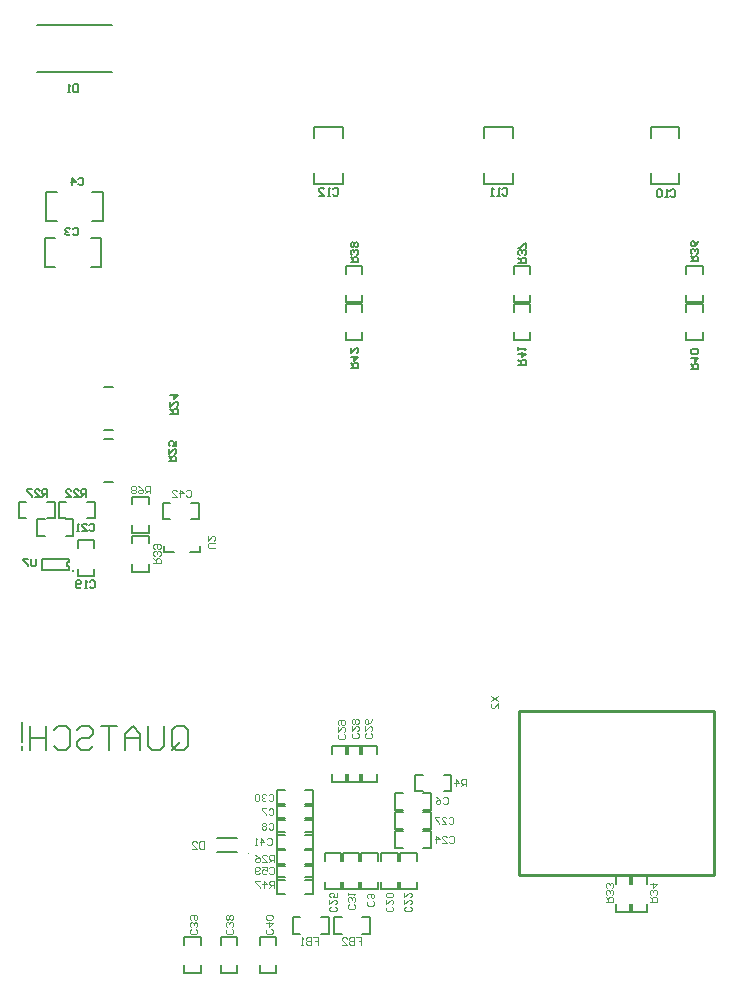
<source format=gbo>
%FSLAX44Y44*%
%MOMM*%
G71*
G01*
G75*
G04 Layer_Color=32896*
%ADD10R,1.0000X0.9500*%
%ADD11R,1.6002X1.2700*%
%ADD12R,2.2000X1.1000*%
%ADD13R,0.9500X1.0000*%
%ADD14R,0.6500X0.4000*%
%ADD15O,0.6000X1.9000*%
%ADD16R,2.2000X1.4000*%
%ADD17R,0.9000X1.4000*%
%ADD18R,1.0000X0.4000*%
%ADD19R,0.8000X0.8000*%
%ADD20R,0.4000X1.4000*%
%ADD21R,2.3000X1.9000*%
%ADD22R,1.8000X1.9000*%
%ADD23R,1.1500X1.4000*%
%ADD24R,0.6000X1.2000*%
%ADD25R,0.8000X0.6000*%
%ADD26R,0.6000X0.8000*%
%ADD27R,0.5000X0.6000*%
%ADD28R,1.6000X3.9000*%
%ADD29R,2.1000X5.8000*%
%ADD30R,1.0000X0.6000*%
G04:AMPARAMS|DCode=31|XSize=1.05mm|YSize=3.82mm|CornerRadius=0.0525mm|HoleSize=0mm|Usage=FLASHONLY|Rotation=180.000|XOffset=0mm|YOffset=0mm|HoleType=Round|Shape=RoundedRectangle|*
%AMROUNDEDRECTD31*
21,1,1.0500,3.7150,0,0,180.0*
21,1,0.9450,3.8200,0,0,180.0*
1,1,0.1050,-0.4725,1.8575*
1,1,0.1050,0.4725,1.8575*
1,1,0.1050,0.4725,-1.8575*
1,1,0.1050,-0.4725,-1.8575*
%
%ADD31ROUNDEDRECTD31*%
G04:AMPARAMS|DCode=32|XSize=7.48mm|YSize=8.55mm|CornerRadius=0.0374mm|HoleSize=0mm|Usage=FLASHONLY|Rotation=90.000|XOffset=0mm|YOffset=0mm|HoleType=Round|Shape=RoundedRectangle|*
%AMROUNDEDRECTD32*
21,1,7.4800,8.4752,0,0,90.0*
21,1,7.4052,8.5500,0,0,90.0*
1,1,0.0748,4.2376,3.7026*
1,1,0.0748,4.2376,-3.7026*
1,1,0.0748,-4.2376,-3.7026*
1,1,0.0748,-4.2376,3.7026*
%
%ADD32ROUNDEDRECTD32*%
G04:AMPARAMS|DCode=33|XSize=0.6mm|YSize=1mm|CornerRadius=0.15mm|HoleSize=0mm|Usage=FLASHONLY|Rotation=90.000|XOffset=0mm|YOffset=0mm|HoleType=Round|Shape=RoundedRectangle|*
%AMROUNDEDRECTD33*
21,1,0.6000,0.7000,0,0,90.0*
21,1,0.3000,1.0000,0,0,90.0*
1,1,0.3000,0.3500,0.1500*
1,1,0.3000,0.3500,-0.1500*
1,1,0.3000,-0.3500,-0.1500*
1,1,0.3000,-0.3500,0.1500*
%
%ADD33ROUNDEDRECTD33*%
%ADD34R,1.8500X1.3000*%
%ADD35R,1.3000X1.8500*%
%ADD36O,1.6500X0.3000*%
%ADD37O,0.3000X1.6500*%
%ADD38R,7.0000X7.0000*%
%ADD39C,0.2500*%
%ADD40C,0.5000*%
%ADD41C,0.8000*%
%ADD42C,0.3500*%
%ADD43C,1.2000*%
%ADD44C,0.2540*%
%ADD45C,0.2032*%
%ADD46C,0.4000*%
%ADD47C,0.6000*%
%ADD48C,1.0000*%
%ADD49C,0.7500*%
%ADD50C,0.7620*%
%ADD51C,1.1000*%
%ADD52C,1.0160*%
%ADD53R,1.5500X1.5500*%
%ADD54C,1.5500*%
%ADD55C,1.5000*%
%ADD56R,1.5000X1.5000*%
%ADD57C,0.7000*%
%ADD58R,0.7000X0.7000*%
%ADD59R,1.5000X1.5000*%
%ADD60C,2.0000*%
G04:AMPARAMS|DCode=61|XSize=1.55mm|YSize=1.55mm|CornerRadius=0.0465mm|HoleSize=0mm|Usage=FLASHONLY|Rotation=180.000|XOffset=0mm|YOffset=0mm|HoleType=Round|Shape=RoundedRectangle|*
%AMROUNDEDRECTD61*
21,1,1.5500,1.4570,0,0,180.0*
21,1,1.4570,1.5500,0,0,180.0*
1,1,0.0930,-0.7285,0.7285*
1,1,0.0930,0.7285,0.7285*
1,1,0.0930,0.7285,-0.7285*
1,1,0.0930,-0.7285,-0.7285*
%
%ADD61ROUNDEDRECTD61*%
%ADD62C,0.6000*%
%ADD63C,5.0000*%
%ADD64R,1.9000X1.3000*%
%ADD65R,2.8000X1.0000*%
%ADD66R,0.8000X1.0000*%
%ADD67R,1.2000X0.7000*%
%ADD68R,1.2000X1.0000*%
%ADD69R,0.6000X1.0000*%
G04:AMPARAMS|DCode=70|XSize=0.6mm|YSize=1mm|CornerRadius=0.051mm|HoleSize=0mm|Usage=FLASHONLY|Rotation=180.000|XOffset=0mm|YOffset=0mm|HoleType=Round|Shape=RoundedRectangle|*
%AMROUNDEDRECTD70*
21,1,0.6000,0.8980,0,0,180.0*
21,1,0.4980,1.0000,0,0,180.0*
1,1,0.1020,-0.2490,0.4490*
1,1,0.1020,0.2490,0.4490*
1,1,0.1020,0.2490,-0.4490*
1,1,0.1020,-0.2490,-0.4490*
%
%ADD70ROUNDEDRECTD70*%
G04:AMPARAMS|DCode=71|XSize=3.1mm|YSize=4mm|CornerRadius=0.0465mm|HoleSize=0mm|Usage=FLASHONLY|Rotation=180.000|XOffset=0mm|YOffset=0mm|HoleType=Round|Shape=RoundedRectangle|*
%AMROUNDEDRECTD71*
21,1,3.1000,3.9070,0,0,180.0*
21,1,3.0070,4.0000,0,0,180.0*
1,1,0.0930,-1.5035,1.9535*
1,1,0.0930,1.5035,1.9535*
1,1,0.0930,1.5035,-1.9535*
1,1,0.0930,-1.5035,-1.9535*
%
%ADD71ROUNDEDRECTD71*%
%ADD72R,2.1590X2.7430*%
%ADD73C,0.1000*%
%ADD74C,0.1524*%
%ADD75C,0.2000*%
%ADD76C,0.2000*%
%ADD77C,0.1778*%
%ADD78C,0.1016*%
%ADD79C,0.3556*%
%ADD80R,0.8000X0.3000*%
%ADD81R,0.5080X2.1844*%
%ADD82R,1.6000X0.5000*%
%ADD83R,0.8250X0.2000*%
%ADD84R,1.1524X1.1024*%
%ADD85R,1.7526X1.4224*%
%ADD86R,2.3524X1.2524*%
%ADD87R,1.1024X1.1524*%
%ADD88R,0.8024X0.5524*%
%ADD89O,0.7524X2.0524*%
%ADD90R,2.3524X1.5524*%
%ADD91R,1.0524X1.5524*%
%ADD92R,1.2032X0.6032*%
%ADD93R,0.9524X0.9524*%
%ADD94R,0.5524X1.5524*%
%ADD95R,2.4524X2.0524*%
%ADD96R,1.9524X2.0524*%
%ADD97R,1.3024X1.5524*%
%ADD98R,0.7524X1.3524*%
%ADD99R,0.9524X0.7524*%
%ADD100R,0.7524X0.9524*%
%ADD101R,0.6000X0.7000*%
%ADD102R,1.7524X4.0524*%
%ADD103R,2.2524X5.9524*%
%ADD104R,1.1524X0.7524*%
G04:AMPARAMS|DCode=105|XSize=1.2024mm|YSize=3.9724mm|CornerRadius=0.1287mm|HoleSize=0mm|Usage=FLASHONLY|Rotation=180.000|XOffset=0mm|YOffset=0mm|HoleType=Round|Shape=RoundedRectangle|*
%AMROUNDEDRECTD105*
21,1,1.2024,3.7150,0,0,180.0*
21,1,0.9450,3.9724,0,0,180.0*
1,1,0.2574,-0.4725,1.8575*
1,1,0.2574,0.4725,1.8575*
1,1,0.2574,0.4725,-1.8575*
1,1,0.2574,-0.4725,-1.8575*
%
%ADD105ROUNDEDRECTD105*%
G04:AMPARAMS|DCode=106|XSize=7.6324mm|YSize=8.7024mm|CornerRadius=0.1136mm|HoleSize=0mm|Usage=FLASHONLY|Rotation=90.000|XOffset=0mm|YOffset=0mm|HoleType=Round|Shape=RoundedRectangle|*
%AMROUNDEDRECTD106*
21,1,7.6324,8.4752,0,0,90.0*
21,1,7.4052,8.7024,0,0,90.0*
1,1,0.2272,4.2376,3.7026*
1,1,0.2272,4.2376,-3.7026*
1,1,0.2272,-4.2376,-3.7026*
1,1,0.2272,-4.2376,3.7026*
%
%ADD106ROUNDEDRECTD106*%
G04:AMPARAMS|DCode=107|XSize=0.7524mm|YSize=1.1524mm|CornerRadius=0.2262mm|HoleSize=0mm|Usage=FLASHONLY|Rotation=90.000|XOffset=0mm|YOffset=0mm|HoleType=Round|Shape=RoundedRectangle|*
%AMROUNDEDRECTD107*
21,1,0.7524,0.7000,0,0,90.0*
21,1,0.3000,1.1524,0,0,90.0*
1,1,0.4524,0.3500,0.1500*
1,1,0.4524,0.3500,-0.1500*
1,1,0.4524,-0.3500,-0.1500*
1,1,0.4524,-0.3500,0.1500*
%
%ADD107ROUNDEDRECTD107*%
%ADD108R,2.0024X1.4524*%
%ADD109R,1.4524X2.0024*%
%ADD110O,1.8024X0.4524*%
%ADD111O,0.4524X1.8024*%
%ADD112R,7.1524X7.1524*%
%ADD113R,1.7024X1.7024*%
%ADD114C,1.7024*%
%ADD115C,1.6524*%
%ADD116R,1.6524X1.6524*%
%ADD117C,0.8524*%
%ADD118R,0.8524X0.8524*%
%ADD119R,1.6524X1.6524*%
%ADD120C,2.7620*%
G04:AMPARAMS|DCode=121|XSize=1.7024mm|YSize=1.7024mm|CornerRadius=0.1227mm|HoleSize=0mm|Usage=FLASHONLY|Rotation=180.000|XOffset=0mm|YOffset=0mm|HoleType=Round|Shape=RoundedRectangle|*
%AMROUNDEDRECTD121*
21,1,1.7024,1.4570,0,0,180.0*
21,1,1.4570,1.7024,0,0,180.0*
1,1,0.2454,-0.7285,0.7285*
1,1,0.2454,0.7285,0.7285*
1,1,0.2454,0.7285,-0.7285*
1,1,0.2454,-0.7285,-0.7285*
%
%ADD121ROUNDEDRECTD121*%
%ADD122C,0.7524*%
%ADD123C,5.1524*%
%ADD124R,2.0524X1.4524*%
%ADD125R,2.9524X1.1524*%
%ADD126R,0.9524X1.1524*%
%ADD127R,1.3524X0.8524*%
%ADD128R,1.3524X1.1524*%
%ADD129R,0.7524X1.1524*%
G04:AMPARAMS|DCode=130|XSize=0.7524mm|YSize=1.1524mm|CornerRadius=0.1272mm|HoleSize=0mm|Usage=FLASHONLY|Rotation=180.000|XOffset=0mm|YOffset=0mm|HoleType=Round|Shape=RoundedRectangle|*
%AMROUNDEDRECTD130*
21,1,0.7524,0.8980,0,0,180.0*
21,1,0.4980,1.1524,0,0,180.0*
1,1,0.2544,-0.2490,0.4490*
1,1,0.2544,0.2490,0.4490*
1,1,0.2544,0.2490,-0.4490*
1,1,0.2544,-0.2490,-0.4490*
%
%ADD130ROUNDEDRECTD130*%
G04:AMPARAMS|DCode=131|XSize=3.2524mm|YSize=4.1524mm|CornerRadius=0.1227mm|HoleSize=0mm|Usage=FLASHONLY|Rotation=180.000|XOffset=0mm|YOffset=0mm|HoleType=Round|Shape=RoundedRectangle|*
%AMROUNDEDRECTD131*
21,1,3.2524,3.9070,0,0,180.0*
21,1,3.0070,4.1524,0,0,180.0*
1,1,0.2454,-1.5035,1.9535*
1,1,0.2454,1.5035,1.9535*
1,1,0.2454,1.5035,-1.9535*
1,1,0.2454,-1.5035,-1.9535*
%
%ADD131ROUNDEDRECTD131*%
%ADD132R,2.3114X2.8954*%
D44*
X1045854Y598032D02*
Y736532D01*
Y598032D02*
X1211154D01*
X1045854Y736532D02*
X1211154D01*
Y598032D02*
Y736532D01*
D73*
X816434Y615928D02*
G03*
X816434Y615928I-500J0D01*
G01*
X733154Y921032D02*
Y927030D01*
X730155D01*
X729155Y926030D01*
Y924031D01*
X730155Y923031D01*
X733154D01*
X731155D02*
X729155Y921032D01*
X723157Y927030D02*
X725157Y926030D01*
X727156Y924031D01*
Y922032D01*
X726156Y921032D01*
X724157D01*
X723157Y922032D01*
Y923031D01*
X724157Y924031D01*
X727156D01*
X721158Y926030D02*
X720158Y927030D01*
X718159D01*
X717159Y926030D01*
Y925031D01*
X718159Y924031D01*
X717159Y923031D01*
Y922032D01*
X718159Y921032D01*
X720158D01*
X721158Y922032D01*
Y923031D01*
X720158Y924031D01*
X721158Y925031D01*
Y926030D01*
X720158Y924031D02*
X718159D01*
X1022156Y749520D02*
X1028154Y745521D01*
X1022156D02*
X1028154Y749520D01*
Y739523D02*
Y743522D01*
X1024155Y739523D01*
X1023156D01*
X1022156Y740523D01*
Y742522D01*
X1023156Y743522D01*
X907907Y545030D02*
X911906D01*
Y542031D01*
X909907D01*
X911906D01*
Y539032D01*
X905908Y545030D02*
Y539032D01*
X902909D01*
X901909Y540032D01*
Y541031D01*
X902909Y542031D01*
X905908D01*
X902909D01*
X901909Y543031D01*
Y544030D01*
X902909Y545030D01*
X905908D01*
X895911Y539032D02*
X899910D01*
X895911Y543031D01*
Y544030D01*
X896911Y545030D01*
X898910D01*
X899910Y544030D01*
X871155Y545030D02*
X875154D01*
Y542031D01*
X873155D01*
X875154D01*
Y539032D01*
X869156Y545030D02*
Y539032D01*
X866157D01*
X865157Y540032D01*
Y541031D01*
X866157Y542031D01*
X869156D01*
X866157D01*
X865157Y543031D01*
Y544030D01*
X866157Y545030D01*
X869156D01*
X863158Y539032D02*
X861159D01*
X862158D01*
Y545030D01*
X863158Y544030D01*
X834064Y603711D02*
X835064Y604711D01*
X837063D01*
X838063Y603711D01*
Y599713D01*
X837063Y598713D01*
X835064D01*
X834064Y599713D01*
X828066Y604711D02*
X832065D01*
Y601712D01*
X830065Y602712D01*
X829066D01*
X828066Y601712D01*
Y599713D01*
X829066Y598713D01*
X831065D01*
X832065Y599713D01*
X826067D02*
X825067Y598713D01*
X823068D01*
X822068Y599713D01*
Y603711D01*
X823068Y604711D01*
X825067D01*
X826067Y603711D01*
Y602712D01*
X825067Y601712D01*
X822068D01*
X836049Y552139D02*
X837048Y551139D01*
Y549140D01*
X836049Y548140D01*
X832050D01*
X831050Y549140D01*
Y551139D01*
X832050Y552139D01*
X831050Y557137D02*
X837048D01*
X834050Y554138D01*
Y558137D01*
X836049Y560136D02*
X837048Y561136D01*
Y563135D01*
X836049Y564135D01*
X832050D01*
X831050Y563135D01*
Y561136D01*
X832050Y560136D01*
X836049D01*
X838154Y609032D02*
Y615030D01*
X835155D01*
X834155Y614030D01*
Y612031D01*
X835155Y611031D01*
X838154D01*
X836155D02*
X834155Y609032D01*
X828157D02*
X832156D01*
X828157Y613031D01*
Y614030D01*
X829157Y615030D01*
X831156D01*
X832156Y614030D01*
X822159Y615030D02*
X824158Y614030D01*
X826158Y612031D01*
Y610032D01*
X825158Y609032D01*
X823159D01*
X822159Y610032D01*
Y611031D01*
X823159Y612031D01*
X826158D01*
X763791Y923266D02*
X764791Y924266D01*
X766790D01*
X767790Y923266D01*
Y919267D01*
X766790Y918268D01*
X764791D01*
X763791Y919267D01*
X758793Y918268D02*
Y924266D01*
X761792Y921266D01*
X757793D01*
X751795Y918268D02*
X755794D01*
X751795Y922266D01*
Y923266D01*
X752795Y924266D01*
X754794D01*
X755794Y923266D01*
X832155Y628030D02*
X833155Y629030D01*
X835154D01*
X836154Y628030D01*
Y624032D01*
X835154Y623032D01*
X833155D01*
X832155Y624032D01*
X827157Y623032D02*
Y629030D01*
X830156Y626031D01*
X826157D01*
X824158Y623032D02*
X822159D01*
X823158D01*
Y629030D01*
X824158Y628030D01*
X838404Y587032D02*
Y593030D01*
X835405D01*
X834405Y592030D01*
Y590031D01*
X835405Y589031D01*
X838404D01*
X836405D02*
X834405Y587032D01*
X829407D02*
Y593030D01*
X832406Y590031D01*
X828407D01*
X826408Y593030D02*
X822409D01*
Y592030D01*
X826408Y588032D01*
Y587032D01*
X736154Y862032D02*
X742152D01*
Y865031D01*
X741152Y866031D01*
X739153D01*
X738153Y865031D01*
Y862032D01*
Y864031D02*
X736154Y866031D01*
X741152Y868030D02*
X742152Y869030D01*
Y871029D01*
X741152Y872029D01*
X740153D01*
X739153Y871029D01*
Y870029D01*
Y871029D01*
X738153Y872029D01*
X737154D01*
X736154Y871029D01*
Y869030D01*
X737154Y868030D01*
Y874028D02*
X736154Y875028D01*
Y877027D01*
X737154Y878027D01*
X741152D01*
X742152Y877027D01*
Y875028D01*
X741152Y874028D01*
X740153D01*
X739153Y875028D01*
Y878027D01*
X788152Y875032D02*
X783154D01*
X782154Y876032D01*
Y878031D01*
X783154Y879031D01*
X788152D01*
X782154Y885029D02*
Y881030D01*
X786153Y885029D01*
X787152D01*
X788152Y884029D01*
Y882030D01*
X787152Y881030D01*
X1156344Y575232D02*
X1162342D01*
Y578231D01*
X1161342Y579231D01*
X1159343D01*
X1158343Y578231D01*
Y575232D01*
Y577231D02*
X1156344Y579231D01*
X1161342Y581230D02*
X1162342Y582230D01*
Y584229D01*
X1161342Y585229D01*
X1160343D01*
X1159343Y584229D01*
Y583229D01*
Y584229D01*
X1158343Y585229D01*
X1157344D01*
X1156344Y584229D01*
Y582230D01*
X1157344Y581230D01*
X1156344Y590227D02*
X1162342D01*
X1159343Y587228D01*
Y591227D01*
X1119394Y575032D02*
X1125392D01*
Y578031D01*
X1124392Y579031D01*
X1122393D01*
X1121393Y578031D01*
Y575032D01*
Y577031D02*
X1119394Y579031D01*
X1124392Y581030D02*
X1125392Y582030D01*
Y584029D01*
X1124392Y585029D01*
X1123393D01*
X1122393Y584029D01*
Y583029D01*
Y584029D01*
X1121393Y585029D01*
X1120394D01*
X1119394Y584029D01*
Y582030D01*
X1120394Y581030D01*
X1124392Y587028D02*
X1125392Y588028D01*
Y590027D01*
X1124392Y591027D01*
X1123393D01*
X1122393Y590027D01*
Y589027D01*
Y590027D01*
X1121393Y591027D01*
X1120394D01*
X1119394Y590027D01*
Y588028D01*
X1120394Y587028D01*
X908862Y717982D02*
X909862Y716982D01*
Y714983D01*
X908862Y713983D01*
X904864D01*
X903864Y714983D01*
Y716982D01*
X904864Y717982D01*
X903864Y723980D02*
Y719981D01*
X907863Y723980D01*
X908862D01*
X909862Y722980D01*
Y720981D01*
X908862Y719981D01*
Y725979D02*
X909862Y726979D01*
Y728978D01*
X908862Y729978D01*
X907863D01*
X906863Y728978D01*
X905863Y729978D01*
X904864D01*
X903864Y728978D01*
Y726979D01*
X904864Y725979D01*
X905863D01*
X906863Y726979D01*
X907863Y725979D01*
X908862D01*
X906863Y726979D02*
Y728978D01*
X986155Y646030D02*
X987155Y647030D01*
X989154D01*
X990154Y646030D01*
Y642032D01*
X989154Y641032D01*
X987155D01*
X986155Y642032D01*
X980157Y641032D02*
X984156D01*
X980157Y645031D01*
Y646030D01*
X981157Y647030D01*
X983156D01*
X984156Y646030D01*
X978158Y647030D02*
X974159D01*
Y646030D01*
X978158Y642032D01*
Y641032D01*
X920152Y717781D02*
X921152Y716781D01*
Y714782D01*
X920152Y713782D01*
X916154D01*
X915154Y714782D01*
Y716781D01*
X916154Y717781D01*
X915154Y723779D02*
Y719780D01*
X919153Y723779D01*
X920152D01*
X921152Y722779D01*
Y720780D01*
X920152Y719780D01*
X921152Y729777D02*
X920152Y727777D01*
X918153Y725778D01*
X916154D01*
X915154Y726778D01*
Y728777D01*
X916154Y729777D01*
X917153D01*
X918153Y728777D01*
Y725778D01*
X890152Y571031D02*
X891152Y570031D01*
Y568032D01*
X890152Y567032D01*
X886154D01*
X885154Y568032D01*
Y570031D01*
X886154Y571031D01*
X885154Y577029D02*
Y573030D01*
X889153Y577029D01*
X890152D01*
X891152Y576029D01*
Y574030D01*
X890152Y573030D01*
X891152Y583027D02*
Y579028D01*
X888153D01*
X889153Y581027D01*
Y582027D01*
X888153Y583027D01*
X886154D01*
X885154Y582027D01*
Y580028D01*
X886154Y579028D01*
X922152Y576031D02*
X923152Y575031D01*
Y573032D01*
X922152Y572032D01*
X918154D01*
X917154Y573032D01*
Y575031D01*
X918154Y576031D01*
Y578030D02*
X917154Y579030D01*
Y581029D01*
X918154Y582029D01*
X922152D01*
X923152Y581029D01*
Y579030D01*
X922152Y578030D01*
X921153D01*
X920153Y579030D01*
Y582029D01*
X833765Y641355D02*
X834765Y642355D01*
X836764D01*
X837764Y641355D01*
Y637356D01*
X836764Y636356D01*
X834765D01*
X833765Y637356D01*
X831766Y641355D02*
X830766Y642355D01*
X828767D01*
X827767Y641355D01*
Y640355D01*
X828767Y639355D01*
X827767Y638356D01*
Y637356D01*
X828767Y636356D01*
X830766D01*
X831766Y637356D01*
Y638356D01*
X830766Y639355D01*
X831766Y640355D01*
Y641355D01*
X830766Y639355D02*
X828767D01*
X833765Y653355D02*
X834765Y654354D01*
X836764D01*
X837764Y653355D01*
Y649356D01*
X836764Y648356D01*
X834765D01*
X833765Y649356D01*
X831766Y654354D02*
X827767D01*
Y653355D01*
X831766Y649356D01*
Y648356D01*
X778770Y626338D02*
Y620339D01*
X775771D01*
X774771Y621339D01*
Y625338D01*
X775771Y626338D01*
X778770D01*
X768773Y620339D02*
X772772D01*
X768773Y624338D01*
Y625338D01*
X769773Y626338D01*
X771772D01*
X772772Y625338D01*
X905904Y573031D02*
X906904Y572031D01*
Y570032D01*
X905904Y569032D01*
X901906D01*
X900906Y570032D01*
Y572031D01*
X901906Y573031D01*
X905904Y575030D02*
X906904Y576030D01*
Y578029D01*
X905904Y579029D01*
X904905D01*
X903905Y578029D01*
Y577029D01*
Y578029D01*
X902905Y579029D01*
X901906D01*
X900906Y578029D01*
Y576030D01*
X901906Y575030D01*
X900906Y581028D02*
Y583027D01*
Y582028D01*
X906904D01*
X905904Y581028D01*
X833765Y665355D02*
X834765Y666355D01*
X836764D01*
X837764Y665355D01*
Y661356D01*
X836764Y660356D01*
X834765D01*
X833765Y661356D01*
X831766Y665355D02*
X830766Y666355D01*
X828767D01*
X827767Y665355D01*
Y664355D01*
X828767Y663355D01*
X829767D01*
X828767D01*
X827767Y662356D01*
Y661356D01*
X828767Y660356D01*
X830766D01*
X831766Y661356D01*
X825768Y665355D02*
X824768Y666355D01*
X822769D01*
X821769Y665355D01*
Y661356D01*
X822769Y660356D01*
X824768D01*
X825768Y661356D01*
Y665355D01*
X897152Y717031D02*
X898152Y716031D01*
Y714032D01*
X897152Y713032D01*
X893154D01*
X892154Y714032D01*
Y716031D01*
X893154Y717031D01*
X892154Y723029D02*
Y719030D01*
X896153Y723029D01*
X897152D01*
X898152Y722029D01*
Y720030D01*
X897152Y719030D01*
X893154Y725028D02*
X892154Y726028D01*
Y728027D01*
X893154Y729027D01*
X897152D01*
X898152Y728027D01*
Y726028D01*
X897152Y725028D01*
X896153D01*
X895153Y726028D01*
Y729027D01*
X986405Y630030D02*
X987405Y631030D01*
X989404D01*
X990404Y630030D01*
Y626032D01*
X989404Y625032D01*
X987405D01*
X986405Y626032D01*
X980407Y625032D02*
X984406D01*
X980407Y629031D01*
Y630030D01*
X981407Y631030D01*
X983406D01*
X984406Y630030D01*
X975409Y625032D02*
Y631030D01*
X978408Y628031D01*
X974409D01*
X981155Y663030D02*
X982155Y664030D01*
X984154D01*
X985154Y663030D01*
Y659032D01*
X984154Y658032D01*
X982155D01*
X981155Y659032D01*
X975157Y664030D02*
X977157Y663030D01*
X979156Y661031D01*
Y659032D01*
X978156Y658032D01*
X976157D01*
X975157Y659032D01*
Y660031D01*
X976157Y661031D01*
X979156D01*
X1000919Y673032D02*
Y679030D01*
X997919D01*
X996920Y678030D01*
Y676031D01*
X997919Y675031D01*
X1000919D01*
X998919D02*
X996920Y673032D01*
X991921D02*
Y679030D01*
X994921Y676031D01*
X990922D01*
X772152Y551798D02*
X773152Y550798D01*
Y548799D01*
X772152Y547799D01*
X768154D01*
X767154Y548799D01*
Y550798D01*
X768154Y551798D01*
X772152Y553797D02*
X773152Y554797D01*
Y556796D01*
X772152Y557796D01*
X771153D01*
X770153Y556796D01*
Y555796D01*
Y556796D01*
X769153Y557796D01*
X768154D01*
X767154Y556796D01*
Y554797D01*
X768154Y553797D01*
Y559795D02*
X767154Y560795D01*
Y562794D01*
X768154Y563794D01*
X772152D01*
X773152Y562794D01*
Y560795D01*
X772152Y559795D01*
X771153D01*
X770153Y560795D01*
Y563794D01*
X937971Y571031D02*
X938971Y570031D01*
Y568032D01*
X937971Y567032D01*
X933973D01*
X932973Y568032D01*
Y570031D01*
X933973Y571031D01*
X932973Y577029D02*
Y573030D01*
X936972Y577029D01*
X937971D01*
X938971Y576029D01*
Y574030D01*
X937971Y573030D01*
Y579028D02*
X938971Y580028D01*
Y582027D01*
X937971Y583027D01*
X933973D01*
X932973Y582027D01*
Y580028D01*
X933973Y579028D01*
X937971D01*
X953653Y571031D02*
X954653Y570031D01*
Y568032D01*
X953653Y567032D01*
X949654D01*
X948654Y568032D01*
Y570031D01*
X949654Y571031D01*
X948654Y577029D02*
Y573030D01*
X952653Y577029D01*
X953653D01*
X954653Y576029D01*
Y574030D01*
X953653Y573030D01*
X948654Y583027D02*
Y579028D01*
X952653Y583027D01*
X953653D01*
X954653Y582027D01*
Y580028D01*
X953653Y579028D01*
X802536Y552139D02*
X803536Y551139D01*
Y549140D01*
X802536Y548140D01*
X798538D01*
X797538Y549140D01*
Y551139D01*
X798538Y552139D01*
X802536Y554138D02*
X803536Y555138D01*
Y557137D01*
X802536Y558137D01*
X801536D01*
X800537Y557137D01*
Y556138D01*
Y557137D01*
X799537Y558137D01*
X798538D01*
X797538Y557137D01*
Y555138D01*
X798538Y554138D01*
X802536Y560136D02*
X803536Y561136D01*
Y563135D01*
X802536Y564135D01*
X801536D01*
X800537Y563135D01*
X799537Y564135D01*
X798538D01*
X797538Y563135D01*
Y561136D01*
X798538Y560136D01*
X799537D01*
X800537Y561136D01*
X801536Y560136D01*
X802536D01*
X800537Y561136D02*
Y563135D01*
D74*
X903154Y1027032D02*
X909502D01*
Y1030206D01*
X908444Y1031264D01*
X906328D01*
X905270Y1030206D01*
Y1027032D01*
Y1029148D02*
X903154Y1031264D01*
Y1036554D02*
X909502D01*
X906328Y1033380D01*
Y1037612D01*
X903154Y1043960D02*
Y1039728D01*
X907386Y1043960D01*
X908444D01*
X909502Y1042902D01*
Y1040786D01*
X908444Y1039728D01*
X1045154Y1029911D02*
X1051502D01*
Y1033084D01*
X1050444Y1034143D01*
X1048328D01*
X1047270Y1033084D01*
Y1029911D01*
Y1032027D02*
X1045154Y1034143D01*
Y1039432D02*
X1051502D01*
X1048328Y1036258D01*
Y1040490D01*
X1045154Y1042606D02*
Y1044722D01*
Y1043664D01*
X1051502D01*
X1050444Y1042606D01*
X1191154Y1026140D02*
X1197502D01*
Y1029314D01*
X1196444Y1030372D01*
X1194328D01*
X1193270Y1029314D01*
Y1026140D01*
Y1028256D02*
X1191154Y1030372D01*
Y1035662D02*
X1197502D01*
X1194328Y1032488D01*
Y1036720D01*
X1196444Y1038836D02*
X1197502Y1039894D01*
Y1042010D01*
X1196444Y1043068D01*
X1192212D01*
X1191154Y1042010D01*
Y1039894D01*
X1192212Y1038836D01*
X1196444D01*
X903154Y1116523D02*
X909502D01*
Y1119697D01*
X908444Y1120755D01*
X906328D01*
X905270Y1119697D01*
Y1116523D01*
Y1118639D02*
X903154Y1120755D01*
X908444Y1122871D02*
X909502Y1123929D01*
Y1126045D01*
X908444Y1127103D01*
X907386D01*
X906328Y1126045D01*
Y1124987D01*
Y1126045D01*
X905270Y1127103D01*
X904212D01*
X903154Y1126045D01*
Y1123929D01*
X904212Y1122871D01*
X908444Y1129219D02*
X909502Y1130277D01*
Y1132393D01*
X908444Y1133451D01*
X907386D01*
X906328Y1132393D01*
X905270Y1133451D01*
X904212D01*
X903154Y1132393D01*
Y1130277D01*
X904212Y1129219D01*
X905270D01*
X906328Y1130277D01*
X907386Y1129219D01*
X908444D01*
X906328Y1130277D02*
Y1132393D01*
X1045154Y1116432D02*
X1051502D01*
Y1119606D01*
X1050444Y1120664D01*
X1048328D01*
X1047270Y1119606D01*
Y1116432D01*
Y1118548D02*
X1045154Y1120664D01*
X1050444Y1122780D02*
X1051502Y1123838D01*
Y1125954D01*
X1050444Y1127012D01*
X1049386D01*
X1048328Y1125954D01*
Y1124896D01*
Y1125954D01*
X1047270Y1127012D01*
X1046212D01*
X1045154Y1125954D01*
Y1123838D01*
X1046212Y1122780D01*
X1051502Y1129128D02*
Y1133360D01*
X1050444D01*
X1046212Y1129128D01*
X1045154D01*
X1191154Y1117433D02*
X1197502D01*
Y1120607D01*
X1196444Y1121665D01*
X1194328D01*
X1193270Y1120607D01*
Y1117433D01*
Y1119549D02*
X1191154Y1121665D01*
X1196444Y1123781D02*
X1197502Y1124839D01*
Y1126955D01*
X1196444Y1128013D01*
X1195386D01*
X1194328Y1126955D01*
Y1125897D01*
Y1126955D01*
X1193270Y1128013D01*
X1192212D01*
X1191154Y1126955D01*
Y1124839D01*
X1192212Y1123781D01*
X1197502Y1134361D02*
X1196444Y1132245D01*
X1194328Y1130129D01*
X1192212D01*
X1191154Y1131187D01*
Y1133303D01*
X1192212Y1134361D01*
X1193270D01*
X1194328Y1133303D01*
Y1130129D01*
X749154Y948032D02*
X755502D01*
Y951206D01*
X754444Y952264D01*
X752328D01*
X751270Y951206D01*
Y948032D01*
Y950148D02*
X749154Y952264D01*
Y958612D02*
Y954380D01*
X753386Y958612D01*
X754444D01*
X755502Y957554D01*
Y955438D01*
X754444Y954380D01*
X755502Y964960D02*
Y960728D01*
X752328D01*
X753386Y962844D01*
Y963902D01*
X752328Y964960D01*
X750212D01*
X749154Y963902D01*
Y961786D01*
X750212Y960728D01*
X681938Y894321D02*
X682996Y895379D01*
X685112D01*
X686170Y894321D01*
Y890089D01*
X685112Y889031D01*
X682996D01*
X681938Y890089D01*
X675590Y889031D02*
X679822D01*
X675590Y893263D01*
Y894321D01*
X676648Y895379D01*
X678764D01*
X679822Y894321D01*
X673474Y889031D02*
X671358D01*
X672416D01*
Y895379D01*
X673474Y894321D01*
X682171Y846321D02*
X683229Y847379D01*
X685345D01*
X686403Y846321D01*
Y842089D01*
X685345Y841031D01*
X683229D01*
X682171Y842089D01*
X680055Y841031D02*
X677939D01*
X678997D01*
Y847379D01*
X680055Y846321D01*
X674765Y842089D02*
X673707Y841031D01*
X671591D01*
X670533Y842089D01*
Y846321D01*
X671591Y847379D01*
X673707D01*
X674765Y846321D01*
Y845263D01*
X673707Y844205D01*
X670533D01*
X1173819Y1177322D02*
X1174877Y1178380D01*
X1176993D01*
X1178051Y1177322D01*
Y1173090D01*
X1176993Y1172032D01*
X1174877D01*
X1173819Y1173090D01*
X1171703Y1172032D02*
X1169587D01*
X1170645D01*
Y1178380D01*
X1171703Y1177322D01*
X1166413D02*
X1165355Y1178380D01*
X1163239D01*
X1162181Y1177322D01*
Y1173090D01*
X1163239Y1172032D01*
X1165355D01*
X1166413Y1173090D01*
Y1177322D01*
X887969Y1178322D02*
X889027Y1179380D01*
X891143D01*
X892201Y1178322D01*
Y1174090D01*
X891143Y1173032D01*
X889027D01*
X887969Y1174090D01*
X885853Y1173032D02*
X883737D01*
X884795D01*
Y1179380D01*
X885853Y1178322D01*
X876331Y1173032D02*
X880563D01*
X876331Y1177264D01*
Y1178322D01*
X877389Y1179380D01*
X879505D01*
X880563Y1178322D01*
X1031523Y1178322D02*
X1032580Y1179380D01*
X1034697D01*
X1035754Y1178322D01*
Y1174090D01*
X1034697Y1173032D01*
X1032580D01*
X1031523Y1174090D01*
X1029407Y1173032D02*
X1027291D01*
X1028349D01*
Y1179380D01*
X1029407Y1178322D01*
X1024117Y1173032D02*
X1022001D01*
X1023059D01*
Y1179380D01*
X1024117Y1178322D01*
X672542Y1187102D02*
X673600Y1188160D01*
X675716D01*
X676774Y1187102D01*
Y1182870D01*
X675716Y1181812D01*
X673600D01*
X672542Y1182870D01*
X667252Y1181812D02*
Y1188160D01*
X670426Y1184986D01*
X666194D01*
X750518Y988032D02*
X756866D01*
Y991206D01*
X755808Y992264D01*
X753692D01*
X752634Y991206D01*
Y988032D01*
Y990148D02*
X750518Y992264D01*
Y998612D02*
Y994380D01*
X754750Y998612D01*
X755808D01*
X756866Y997554D01*
Y995438D01*
X755808Y994380D01*
X750518Y1003902D02*
X756866D01*
X753692Y1000728D01*
Y1004960D01*
X646154Y918032D02*
Y924380D01*
X642980D01*
X641922Y923322D01*
Y921206D01*
X642980Y920148D01*
X646154D01*
X644038D02*
X641922Y918032D01*
X635574D02*
X639806D01*
X635574Y922264D01*
Y923322D01*
X636632Y924380D01*
X638748D01*
X639806Y923322D01*
X633458Y924380D02*
X629226D01*
Y923322D01*
X633458Y919090D01*
Y918032D01*
X679154D02*
Y924380D01*
X675980D01*
X674922Y923322D01*
Y921206D01*
X675980Y920148D01*
X679154D01*
X677038D02*
X674922Y918032D01*
X668574D02*
X672806D01*
X668574Y922264D01*
Y923322D01*
X669632Y924380D01*
X671748D01*
X672806Y923322D01*
X662226Y918032D02*
X666458D01*
X662226Y922264D01*
Y923322D01*
X663284Y924380D01*
X665400D01*
X666458Y923322D01*
X672154Y1267380D02*
Y1261032D01*
X668980D01*
X667922Y1262090D01*
Y1266322D01*
X668980Y1267380D01*
X672154D01*
X665806Y1261032D02*
X663690D01*
X664748D01*
Y1267380D01*
X665806Y1266322D01*
X667986Y1144800D02*
X669044Y1145858D01*
X671160D01*
X672218Y1144800D01*
Y1140568D01*
X671160Y1139510D01*
X669044D01*
X667986Y1140568D01*
X665870Y1144800D02*
X664812Y1145858D01*
X662696D01*
X661638Y1144800D01*
Y1143742D01*
X662696Y1142684D01*
X663754D01*
X662696D01*
X661638Y1141626D01*
Y1140568D01*
X662696Y1139510D01*
X664812D01*
X665870Y1140568D01*
X636648Y865539D02*
Y860249D01*
X635590Y859191D01*
X633474D01*
X632416Y860249D01*
Y865539D01*
X630300D02*
X626068D01*
Y864481D01*
X630300Y860249D01*
Y859191D01*
D75*
X664653Y863031D02*
G03*
X664653Y859031I0J-2000D01*
G01*
Y856531D02*
Y859031D01*
Y863031D02*
Y865531D01*
X641653Y856531D02*
X664653D01*
X641653D02*
Y865531D01*
X664653D01*
X745461Y871782D02*
Y876782D01*
Y871782D02*
X753460D01*
X775461D02*
Y876782D01*
X767460Y871782D02*
X775461D01*
X694654Y975032D02*
X701654D01*
X694654Y1011032D02*
X701654D01*
X694654Y931032D02*
X701654D01*
X694654Y967032D02*
X701654D01*
X789654Y629032D02*
X806654D01*
X789654Y617032D02*
X806654D01*
X751825Y707047D02*
Y720376D01*
X755157Y723708D01*
X761822D01*
X765154Y720376D01*
Y707047D01*
X761822Y703715D01*
X755157D01*
X758490Y710379D02*
X751825Y703715D01*
X755157D02*
X751825Y707047D01*
X745160Y723708D02*
Y707047D01*
X741828Y703715D01*
X735164D01*
X731831Y707047D01*
Y723708D01*
X725167Y703715D02*
Y717044D01*
X718502Y723708D01*
X711838Y717044D01*
Y703715D01*
Y713712D01*
X725167D01*
X705173Y723708D02*
X691844D01*
X698509D01*
Y703715D01*
X671851Y720376D02*
X675183Y723708D01*
X681848D01*
X685180Y720376D01*
Y717044D01*
X681848Y713712D01*
X675183D01*
X671851Y710379D01*
Y707047D01*
X675183Y703715D01*
X681848D01*
X685180Y707047D01*
X651857Y720376D02*
X655189Y723708D01*
X661854D01*
X665186Y720376D01*
Y707047D01*
X661854Y703715D01*
X655189D01*
X651857Y707047D01*
X645193Y723708D02*
Y703715D01*
Y713712D01*
X631864D01*
Y723708D01*
Y703715D01*
X625199Y710379D02*
Y727041D01*
Y707047D02*
Y703715D01*
D76*
X668153Y855531D02*
D03*
D77*
X1127468Y566796D02*
Y573396D01*
Y566796D02*
X1141303D01*
Y573396D01*
Y590668D02*
Y597267D01*
X1127468D02*
X1141303D01*
X1127468Y590668D02*
Y597267D01*
X1139818Y566796D02*
Y573396D01*
Y566796D02*
X1153653D01*
Y573396D01*
Y590668D02*
Y597267D01*
X1139818D02*
X1153653D01*
X1139818Y590668D02*
Y597267D01*
X793228Y538668D02*
Y545267D01*
X807063D01*
Y538668D02*
Y545267D01*
Y514796D02*
Y521396D01*
X793228Y514796D02*
X807063D01*
X793228D02*
Y521396D01*
X762228Y514796D02*
Y521396D01*
Y514796D02*
X776063D01*
Y521396D01*
Y538668D02*
Y545267D01*
X762228D02*
X776063D01*
X762228Y538668D02*
Y545267D01*
X826228Y514796D02*
Y521396D01*
Y514796D02*
X840063D01*
Y521396D01*
Y538668D02*
Y545267D01*
X826228D02*
X840063D01*
X826228Y538668D02*
Y545267D01*
X945228Y609668D02*
Y616268D01*
X959063D01*
Y609668D02*
Y616268D01*
Y585797D02*
Y592396D01*
X945228Y585797D02*
X959063D01*
X945228D02*
Y592396D01*
X929228Y609668D02*
Y616268D01*
X943063D01*
Y609668D02*
Y616268D01*
Y585797D02*
Y592396D01*
X929228Y585797D02*
X943063D01*
X929228D02*
Y592396D01*
X896228Y585797D02*
Y592396D01*
Y585797D02*
X910063D01*
Y592396D01*
Y609668D02*
Y616268D01*
X896228D02*
X910063D01*
X896228Y609668D02*
Y616268D01*
X912228Y585797D02*
Y592396D01*
Y585797D02*
X926063D01*
Y592396D01*
Y609668D02*
Y616268D01*
X912228D02*
X926063D01*
X912228Y609668D02*
Y616268D01*
X881228Y585797D02*
Y592396D01*
Y585797D02*
X895063D01*
Y592396D01*
Y609668D02*
Y616268D01*
X881228D02*
X895063D01*
X881228Y609668D02*
Y616268D01*
X877790Y548106D02*
X884389D01*
Y561941D01*
X877790D02*
X884389D01*
X853919D02*
X860518D01*
X853919Y548106D02*
Y561941D01*
Y548106D02*
X860518D01*
X888919Y561958D02*
X895518D01*
X888919Y548123D02*
Y561958D01*
Y548123D02*
X895518D01*
X912790D02*
X919389D01*
Y561958D01*
X912790D02*
X919389D01*
X901080Y700668D02*
Y707268D01*
X887245D02*
X901080D01*
X887245Y700668D02*
Y707268D01*
Y676796D02*
Y683396D01*
Y676796D02*
X901080D01*
Y683396D01*
X925080Y700668D02*
Y707268D01*
X911245D02*
X925080D01*
X911245Y700668D02*
Y707268D01*
Y676796D02*
Y683396D01*
Y676796D02*
X925080D01*
Y683396D01*
X913080Y700668D02*
Y707268D01*
X899245D02*
X913080D01*
X899245Y700668D02*
Y707268D01*
Y676796D02*
Y683396D01*
Y676796D02*
X913080D01*
Y683396D01*
X679789Y900105D02*
X686388D01*
Y913939D01*
X679789D02*
X686388D01*
X655918D02*
X662517D01*
X655918Y900105D02*
Y913939D01*
Y900105D02*
X662517D01*
X621917Y913956D02*
X628517D01*
X621917Y900122D02*
Y913956D01*
Y900122D02*
X628517D01*
X645789D02*
X652388D01*
Y913956D01*
X645789D02*
X652388D01*
X686078Y874667D02*
Y881266D01*
X672244D02*
X686078D01*
X672244Y874667D02*
Y881266D01*
Y850795D02*
Y857395D01*
Y850795D02*
X686078D01*
Y857395D01*
X637917Y898956D02*
X644517D01*
X637917Y885122D02*
Y898956D01*
Y885122D02*
X644517D01*
X661789D02*
X668388D01*
Y898956D01*
X661789D02*
X668388D01*
X732080Y911668D02*
Y918268D01*
X718245D02*
X732080D01*
X718245Y911668D02*
Y918268D01*
Y887796D02*
Y894396D01*
Y887796D02*
X732080D01*
Y894396D01*
X644154Y1112932D02*
X653154D01*
X644154D02*
Y1137132D01*
X653154D01*
X683154D02*
X692154D01*
Y1112932D02*
Y1137132D01*
X683154Y1112932D02*
X692154D01*
X913080Y1074668D02*
Y1081267D01*
X899245D02*
X913080D01*
X899245Y1074668D02*
Y1081267D01*
Y1050797D02*
Y1057396D01*
Y1050797D02*
X913080D01*
Y1057396D01*
X1055080Y1074668D02*
Y1081267D01*
X1041245D02*
X1055080D01*
X1041245Y1074668D02*
Y1081267D01*
Y1050797D02*
Y1057396D01*
Y1050797D02*
X1055080D01*
Y1057396D01*
X1201080Y1074668D02*
Y1081267D01*
X1187245D02*
X1201080D01*
X1187245Y1074668D02*
Y1081267D01*
Y1050797D02*
Y1057396D01*
Y1050797D02*
X1201080D01*
Y1057396D01*
X732080Y878668D02*
Y885267D01*
X718245D02*
X732080D01*
X718245Y878668D02*
Y885267D01*
Y854797D02*
Y861396D01*
Y854797D02*
X732080D01*
Y861396D01*
X913080Y1106668D02*
Y1113268D01*
X899245D02*
X913080D01*
X899245Y1106668D02*
Y1113268D01*
Y1082796D02*
Y1089396D01*
Y1082796D02*
X913080D01*
Y1089396D01*
X1055080Y1106668D02*
Y1113268D01*
X1041245D02*
X1055080D01*
X1041245Y1106668D02*
Y1113268D01*
Y1082796D02*
Y1089396D01*
Y1082796D02*
X1055080D01*
Y1089396D01*
X1201080Y1106668D02*
Y1113268D01*
X1187245D02*
X1201080D01*
X1187245Y1106668D02*
Y1113268D01*
Y1082796D02*
Y1089396D01*
Y1082796D02*
X1201080D01*
Y1089396D01*
X767790Y898913D02*
X774389D01*
Y912747D01*
X767790D02*
X774389D01*
X743919D02*
X750518D01*
X743919Y898913D02*
Y912747D01*
Y898913D02*
X750518D01*
X637404Y1278093D02*
X700904D01*
X637404Y1317971D02*
X700904D01*
X684154Y1151932D02*
X693154D01*
Y1176132D01*
X684154D02*
X693154D01*
X645154D02*
X654154D01*
X645154Y1151932D02*
Y1176132D01*
Y1151932D02*
X654154D01*
X840919Y669958D02*
X847518D01*
X840919Y656123D02*
Y669958D01*
Y656123D02*
X847518D01*
X864790D02*
X871389D01*
Y669958D01*
X864790D02*
X871389D01*
X840919Y657958D02*
X847518D01*
X840919Y644123D02*
Y657958D01*
Y644123D02*
X847518D01*
X864790D02*
X871389D01*
Y657958D01*
X864790D02*
X871389D01*
X840919Y645958D02*
X847518D01*
X840919Y632123D02*
Y645958D01*
Y632123D02*
X847518D01*
X864790D02*
X871389D01*
Y645958D01*
X864790D02*
X871389D01*
X964790Y621106D02*
X971389D01*
Y634941D01*
X964790D02*
X971389D01*
X940919D02*
X947518D01*
X940919Y621106D02*
Y634941D01*
Y621106D02*
X947518D01*
X964790Y637106D02*
X971389D01*
Y650941D01*
X964790D02*
X971389D01*
X940919D02*
X947518D01*
X940919Y637106D02*
Y650941D01*
Y637106D02*
X947518D01*
X940919Y666957D02*
X947518D01*
X940919Y653123D02*
Y666957D01*
Y653123D02*
X947518D01*
X964790D02*
X971389D01*
Y666957D01*
X964790D02*
X971389D01*
X957918Y682958D02*
X964518D01*
X957918Y669123D02*
Y682958D01*
Y669123D02*
X964518D01*
X981790D02*
X988390D01*
Y682958D01*
X981790D02*
X988390D01*
X1181254Y1222032D02*
Y1231032D01*
X1157054D02*
X1181254D01*
X1157054Y1222032D02*
Y1231032D01*
Y1183032D02*
Y1192032D01*
Y1183032D02*
X1181254D01*
Y1192032D01*
X1040254Y1222032D02*
Y1231032D01*
X1016054D02*
X1040254D01*
X1016054Y1222032D02*
Y1231032D01*
Y1183032D02*
Y1192032D01*
Y1183032D02*
X1040254D01*
Y1192032D01*
X896254Y1222032D02*
Y1231032D01*
X872054D02*
X896254D01*
X872054Y1222032D02*
Y1231032D01*
Y1183032D02*
Y1192032D01*
Y1183032D02*
X896254D01*
Y1192032D01*
X864790Y593787D02*
X871389D01*
Y607622D01*
X864790D02*
X871389D01*
X840919D02*
X847518D01*
X840919Y593787D02*
Y607622D01*
Y593787D02*
X847518D01*
X840919Y595958D02*
X847518D01*
X840919Y582123D02*
Y595958D01*
Y582123D02*
X847518D01*
X864790D02*
X871389D01*
Y595958D01*
X864790D02*
X871389D01*
X840919Y618958D02*
X847518D01*
X840919Y605123D02*
Y618958D01*
Y605123D02*
X847518D01*
X864790D02*
X871389D01*
Y618958D01*
X864790D02*
X871389D01*
X864790Y620106D02*
X871389D01*
Y633941D01*
X864790D02*
X871389D01*
X840919D02*
X847518D01*
X840919Y620106D02*
Y633941D01*
Y620106D02*
X847518D01*
M02*

</source>
